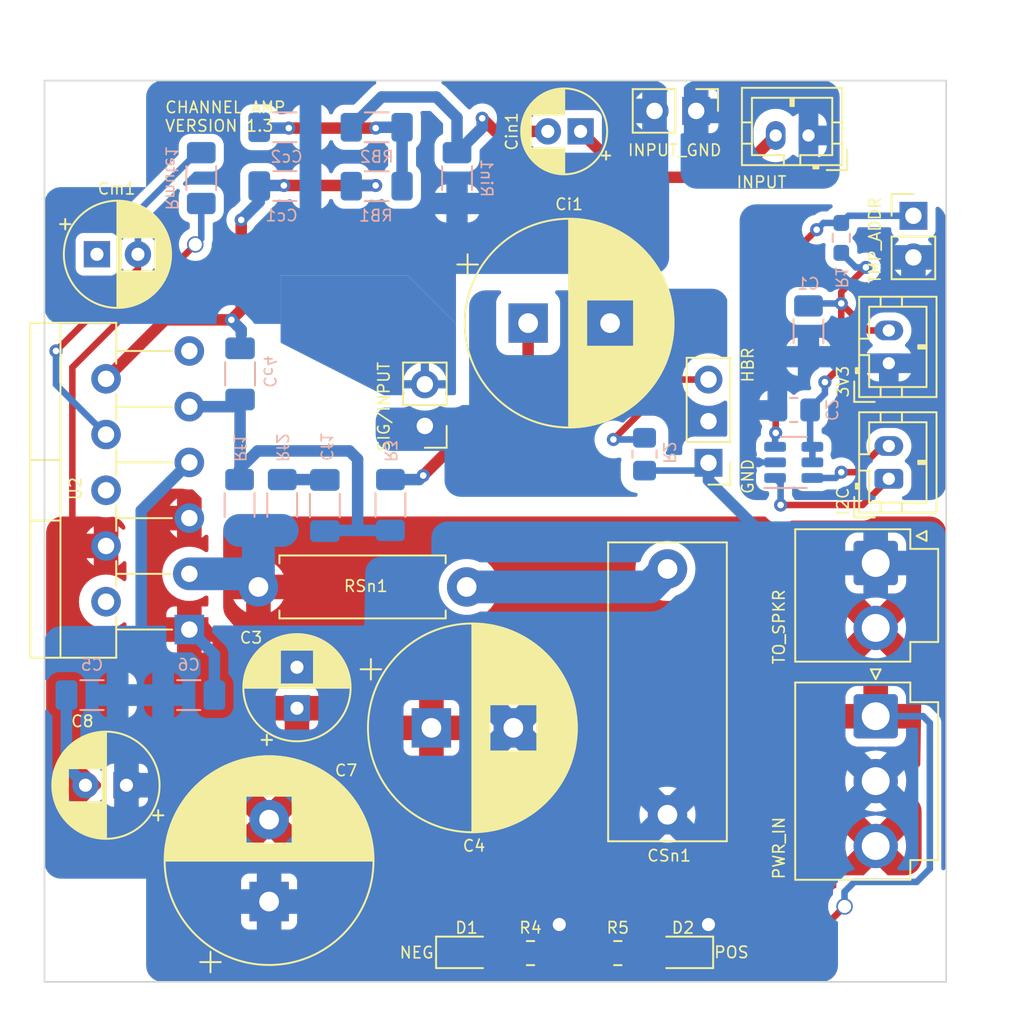
<source format=kicad_pcb>
(kicad_pcb (version 20221018) (generator pcbnew)
  (layers (0 "F.Cu" signal) (31 "B.Cu" signal) (34 "B.Paste" user) (35 "F.Paste" user) (36 "B.SilkS" user "B.Silkscreen") (37 "F.SilkS" user "F.Silkscreen") (38 "B.Mask" user) (39 "F.Mask" user) (44 "Edge.Cuts" user))
  (net 0 "")
  (net 1 "Net-(U2-+)")
  (net 2 "Net-(Cf1-Pad1)")
  (net 3 "CH1-IN")
  (net 4 "Net-(Ci1-Pad1)")
  (net 5 "VP")
  (net 6 "VM")
  (net 7 "CH1-OUT")
  (net 8 "INPUTGND")
  (net 9 "PGND")
  (net 10 "Net-(U2-MUTE)")
  (net 11 "Net-(CSn1-Pad2)")
  (net 12 "Net-(D1-A)")
  (net 13 "Net-(D2-A)")
  (net 14 "Net-(Cin1-Pad2)")
  (net 15 "DGND")
  (net 16 "3V3")
  (net 17 "ADD1")
  (net 18 "SIGGND")
  (net 19 "SCL")
  (net 20 "SDA")
  (net 21 "Net-(J7-Pin_3)")
  (net 25 "CH1GND")
  (net 26 "OPAMP_NEG")
  (net 27 "Net-(Cc2-Pad1)")
  (footprint "Capacitor_THT:CP_Radial_D6.3mm_P2.50mm" (layer "F.Cu") (at 81.3 120.45 180)
    (fp_text reference "C8" (at 2.687379 3.9 unlocked) (layer "F.SilkS") (effects (font (size 0.7 0.7) (thickness 0.1))))
    (fp_text value "22U 50V")
    (pad "1" thru_hole rect (at 0 0 180) (size 1.6 1.6) (drill 0.8) (layers "*.Cu" "*.Mask") (net 9 "PGND"))
    (pad "2" thru_hole circle (at 2.5 0 180) (size 1.6 1.6) (drill 0.8) (layers "*.Cu" "*.Mask") (net 6 "VM"))
  )
  (footprint "Resistor_SMD:R_0805_2012Metric_Pad1.20x1.40mm_HandSolder" (layer "F.Cu") (at 111.27 130.695 180)
    (fp_text reference "R5" (at 0 1.545 unlocked) (layer "F.SilkS") (effects (font (size 0.7 0.7) (thickness 0.1))))
    (fp_text value "9.1K")
    (pad "1" smd roundrect (at -1 0 180) (size 1.2 1.4) (layers "F.Cu" "F.Paste" "F.Mask") (roundrect_rratio 0.2083333333) (net 13 "Net-(D2-A)"))
    (pad "2" smd roundrect (at 1 0 180) (size 1.2 1.4) (layers "F.Cu" "F.Paste" "F.Mask") (roundrect_rratio 0.2083333333) (net 5 "VP"))
  )
  (footprint "Capacitor_THT:CP_Radial_D6.3mm_P2.50mm" (layer "F.Cu") (at 91.7 115.75 90)
    (fp_text reference "C3" (at 4.3 -2.8 unlocked) (layer "F.SilkS") (effects (font (size 0.7 0.7) (thickness 0.1))))
    (fp_text value "22U 50V")
    (pad "1" thru_hole rect (at 0 0 90) (size 1.6 1.6) (drill 0.8) (layers "*.Cu" "*.Mask") (net 5 "VP"))
    (pad "2" thru_hole circle (at 2.5 0 90) (size 1.6 1.6) (drill 0.8) (layers "*.Cu" "*.Mask") (net 9 "PGND"))
  )
  (footprint "Capacitor_THT:CP_Radial_D12.5mm_P5.00mm" (layer "F.Cu") (at 105.8 92.25)
    (fp_text reference "Ci1" (at 2.5 -7.25 unlocked) (layer "F.SilkS") (effects (font (size 0.7 0.7) (thickness 0.1))))
    (fp_text value "470U 50V")
    (pad "1" thru_hole rect (at 0 0) (size 2.4 2.4) (drill 1.2) (layers "*.Cu" "*.Mask") (net 4 "Net-(Ci1-Pad1)"))
    (pad "2" thru_hole circle (at 5 0) (size 2.4 2.4) (drill 1.2) (layers "*.Cu" "*.Mask") (net 18 "SIGGND"))
  )
  (footprint "MountingHole:MountingHole_3mm" (layer "F.Cu") (at 128.8 129.95)
    (fp_text reference "H4" hide)
    (fp_text value "MountingHole")
    (pad "" np_thru_hole circle (at 0 0) (size 3 3) (drill 3) (layers "*.Cu" "*.Mask"))
  )
  (footprint "Connector_JST:JST_PH_B2B-PH-K_1x02_P2.00mm_Vertical" (layer "F.Cu") (at 122.9 80.8 180)
    (fp_text reference "J3" hide)
    (fp_text value "Conn_01x02_Male")
    (pad "1" thru_hole roundrect (at 0 0 180) (size 1.2 1.75) (drill 0.75) (layers "*.Cu" "*.Mask") (roundrect_rratio 0.2083333333) (net 25 "CH1GND"))
    (pad "2" thru_hole oval (at 2 0 180) (size 1.2 1.75) (drill 0.75) (layers "*.Cu" "*.Mask") (net 3 "CH1-IN"))
  )
  (footprint "Connector_JST:JST_VH_B3P-VH-B_1x03_P3.96mm_Vertical" (layer "F.Cu") (at 127 116.24 -90)
    (fp_text reference "J9" hide)
    (fp_text value "Conn_01x03_Male")
    (pad "1" thru_hole roundrect (at 0 0 270) (size 2.7 2.7) (drill 1.7) (layers "*.Cu" "*.Mask") (roundrect_rratio 0.09259296296) (net 5 "VP"))
    (pad "2" thru_hole circle (at 3.96 0 270) (size 2.7 2.7) (drill 1.7) (layers "*.Cu" "*.Mask") (net 9 "PGND"))
    (pad "3" thru_hole circle (at 7.92 0 270) (size 2.7 2.7) (drill 1.7) (layers "*.Cu" "*.Mask") (net 6 "VM"))
  )
  (footprint "Connector_JST:JST_PH_B2B-PH-K_1x02_P2.00mm_Vertical" (layer "F.Cu") (at 127.8 101.75 90)
    (fp_text reference "J6" hide)
    (fp_text value "Conn_01x02_Male")
    (pad "1" thru_hole roundrect (at 0 0 90) (size 1.2 1.75) (drill 0.75) (layers "*.Cu" "*.Mask") (roundrect_rratio 0.2083333333) (net 19 "SCL"))
    (pad "2" thru_hole oval (at 2 0 90) (size 1.2 1.75) (drill 0.75) (layers "*.Cu" "*.Mask") (net 20 "SDA"))
  )
  (footprint "Resistor_THT:R_Axial_DIN0411_L9.9mm_D3.6mm_P12.70mm_Horizontal" (layer "F.Cu") (at 102.05 108.35 180)
    (fp_text reference "RSn1" (at 6.15 0.05 unlocked) (layer "F.SilkS") (effects (font (size 0.7 0.7) (thickness 0.1))))
    (fp_text value "4R7")
    (pad "1" thru_hole circle (at 0 0 180) (size 2.4 2.4) (drill 1.2) (layers "*.Cu" "*.Mask") (net 11 "Net-(CSn1-Pad2)"))
    (pad "2" thru_hole oval (at 12.7 0 180) (size 2.4 2.4) (drill 1.2) (layers "*.Cu" "*.Mask") (net 7 "CH1-OUT"))
  )
  (footprint "Connector_PinHeader_2.54mm:PinHeader_1x02_P2.54mm_Vertical" (layer "F.Cu") (at 116.05 79.3 -90)
    (fp_text reference "J1" hide)
    (fp_text value "Conn_01x02_Male")
    (pad "1" thru_hole rect (at 0 0 270) (size 1.7 1.7) (drill 1) (layers "*.Cu" "*.Mask") (net 25 "CH1GND"))
    (pad "2" thru_hole oval (at 0 2.54 270) (size 1.7 1.7) (drill 1) (layers "*.Cu" "*.Mask") (net 8 "INPUTGND"))
  )
  (footprint "MountingHole:MountingHole_3mm" (layer "F.Cu") (at 78.8 79.95)
    (fp_text reference "H1" hide)
    (fp_text value "MountingHole")
    (pad "" np_thru_hole circle (at 0 0) (size 3 3) (drill 3) (layers "*.Cu" "*.Mask"))
  )
  (footprint "Package_TO_SOT_THT:TO-220-11_P3.4x5.08mm_StaggerOdd_Lead4.85mm_Vertical" (layer "F.Cu") (at 85.135 110.95 90)
    (fp_text reference "U2" (at 8.6 -6.935 90 unlocked) (layer "F.SilkS") (effects (font (size 0.7 0.7) (thickness 0.1))))
    (fp_text value "LM3886")
    (pad "1" thru_hole rect (at 0 0 90) (size 1.8 1.8) (drill 1) (layers "*.Cu" "*.Mask") (net 5 "VP"))
    (pad "2" thru_hole oval (at 1.7 -5.08 90) (size 1.8 1.8) (drill 1) (layers "*.Cu" "*.Mask"))
    (pad "3" thru_hole oval (at 3.4 0 90) (size 1.8 1.8) (drill 1) (layers "*.Cu" "*.Mask") (net 7 "CH1-OUT"))
    (pad "4" thru_hole oval (at 5.1 -5.08 90) (size 1.8 1.8) (drill 1) (layers "*.Cu" "*.Mask") (net 6 "VM"))
    (pad "5" thru_hole oval (at 6.8 0 90) (size 1.8 1.8) (drill 1) (layers "*.Cu" "*.Mask") (net 5 "VP"))
    (pad "6" thru_hole oval (at 8.5 -5.08 90) (size 1.8 1.8) (drill 1) (layers "*.Cu" "*.Mask"))
    (pad "7" thru_hole oval (at 10.2 0 90) (size 1.8 1.8) (drill 1) (layers "*.Cu" "*.Mask") (net 9 "PGND"))
    (pad "8" thru_hole oval (at 11.9 -5.08 90) (size 1.8 1.8) (drill 1) (layers "*.Cu" "*.Mask") (net 10 "Net-(U2-MUTE)"))
    (pad "9" thru_hole oval (at 13.6 0 90) (size 1.8 1.8) (drill 1) (layers "*.Cu" "*.Mask") (net 26 "OPAMP_NEG"))
    (pad "10" thru_hole oval (at 15.3 -5.08 90) (size 1.8 1.8) (drill 1) (layers "*.Cu" "*.Mask") (net 1 "Net-(U2-+)"))
    (pad "11" thru_hole oval (at 17 0 90) (size 1.8 1.8) (drill 1) (layers "*.Cu" "*.Mask"))
  )
  (footprint "Capacitor_THT:CP_Radial_D5.0mm_P2.00mm" (layer "F.Cu") (at 109 80.55 180)
    (fp_text reference "Cin1" (at 4.2 0 90 unlocked) (layer "F.SilkS") (effects (font (size 0.7 0.7) (thickness 0.1))))
    (fp_text value "4.7u")
    (pad "1" thru_hole rect (at 0 0 180) (size 1.6 1.6) (drill 0.8) (layers "*.Cu" "*.Mask") (net 3 "CH1-IN"))
    (pad "2" thru_hole circle (at 2 0 180) (size 1.6 1.6) (drill 0.8) (layers "*.Cu" "*.Mask") (net 14 "Net-(Cin1-Pad2)"))
  )
  (footprint "Connector_PinHeader_2.54mm:PinHeader_1x03_P2.54mm_Vertical" (layer "F.Cu") (at 116.8 100.775 180)
    (fp_text reference "J7" hide)
    (fp_text value "Conn_01x03_Male")
    (pad "1" thru_hole rect (at 0 0 180) (size 1.7 1.7) (drill 1) (layers "*.Cu" "*.Mask") (net 9 "PGND"))
    (pad "2" thru_hole oval (at 0 2.54 180) (size 1.7 1.7) (drill 1) (layers "*.Cu" "*.Mask") (net 18 "SIGGND"))
    (pad "3" thru_hole oval (at 0 5.08 180) (size 1.7 1.7) (drill 1) (layers "*.Cu" "*.Mask") (net 21 "Net-(J7-Pin_3)"))
  )
  (footprint "Capacitor_THT:C_Rect_L18.0mm_W7.0mm_P15.00mm_FKS3_FKP3" (layer "F.Cu") (at 114.3 122.25 90)
    (fp_text reference "CSn1" (at -2.5 0.1 unlocked) (layer "F.SilkS") (effects (font (size 0.7 0.7) (thickness 0.1))))
    (fp_text value " 220N PP 100V")
    (pad "1" thru_hole circle (at 0 0 90) (size 2.4 2.4) (drill 1.2) (layers "*.Cu" "*.Mask") (net 9 "PGND"))
    (pad "2" thru_hole circle (at 15 0 90) (size 2.4 2.4) (drill 1.2) (layers "*.Cu" "*.Mask") (net 11 "Net-(CSn1-Pad2)"))
  )
  (footprint "Resistor_SMD:R_0805_2012Metric_Pad1.20x1.40mm_HandSolder" (layer "F.Cu") (at 105.945 130.695)
    (fp_text reference "R4" (at 0 -1.545 unlocked) (layer "F.SilkS") (effects (font (size 0.7 0.7) (thickness 0.1))))
    (fp_text value "9.1K")
    (pad "1" smd roundrect (at -1 0) (size 1.2 1.4) (layers "F.Cu" "F.Paste" "F.Mask") (roundrect_rratio 0.2083333333) (net 12 "Net-(D1-A)"))
    (pad "2" smd roundrect (at 1 0) (size 1.2 1.4) (layers "F.Cu" "F.Paste" "F.Mask") (roundrect_rratio 0.2083333333) (net 9 "PGND"))
  )
  (footprint "Connector_JST:JST_PH_B2B-PH-K_1x02_P2.00mm_Vertical" (layer "F.Cu") (at 127.8 94.7 90)
    (fp_text reference "J4" hide)
    (fp_text value "Conn_01x02_Male")
    (pad "1" thru_hole roundrect (at 0 0 90) (size 1.2 1.75) (drill 0.75) (layers "*.Cu" "*.Mask") (roundrect_rratio 0.2083333333) (net 15 "DGND"))
    (pad "2" thru_hole oval (at 2 0 90) (size 1.2 1.75) (drill 0.75) (layers "*.Cu" "*.Mask") (net 16 "3V3"))
  )
  (footprint "MountingHole:MountingHole_3mm" (layer "F.Cu") (at 128.8 79.95)
    (fp_text reference "H2" hide)
    (fp_text value "MountingHole")
    (pad "" np_thru_hole circle (at 0 0) (size 3 3) (drill 3) (layers "*.Cu" "*.Mask"))
  )
  (footprint "Connector_JST:JST_VH_B2P-VH_1x02_P3.96mm_Vertical" (layer "F.Cu") (at 127 106.89 -90)
    (fp_text reference "J8" hide)
    (fp_text value "Conn_01x02_Male")
    (pad "1" thru_hole roundrect (at 0 0 270) (size 2.7 2.7) (drill 1.7) (layers "*.Cu" "*.Mask") (roundrect_rratio 0.09259296296) (net 9 "PGND"))
    (pad "2" thru_hole circle (at 3.96 0 270) (size 2.7 2.7) (drill 1.7) (layers "*.Cu" "*.Mask") (net 7 "CH1-OUT"))
  )
  (footprint "LED_SMD:LED_0805_2012Metric_Pad1.15x1.40mm_HandSolder" (layer "F.Cu") (at 115.225 130.65 180)
    (fp_text reference "D2" (at -0.02 1.5 unlocked) (layer "F.SilkS") (effects (font (size 0.7 0.7) (thickness 0.1))))
    (fp_text value "BLUE")
    (pad "1" smd roundrect (at -1.025 0 180) (size 1.15 1.4) (layers "F.Cu" "F.Paste" "F.Mask") (roundrect_rratio 0.2173913043) (net 9 "PGND"))
    (pad "2" smd roundrect (at 1.025 0 180) (size 1.15 1.4) (layers "F.Cu" "F.Paste" "F.Mask") (roundrect_rratio 0.2173913043) (net 13 "Net-(D2-A)"))
  )
  (footprint "Connector_PinHeader_2.54mm:PinHeader_1x02_P2.54mm_Vertical" (layer "F.Cu") (at 129.3 85.7)
    (fp_text reference "J2" hide)
    (fp_text value "Conn_01x02_Male")
    (pad "1" thru_hole rect (at 0 0) (size 1.7 1.7) (drill 1) (layers "*.Cu" "*.Mask") (net 17 "ADD1"))
    (pad "2" thru_hole oval (at 0 2.54) (size 1.7 1.7) (drill 1) (layers "*.Cu" "*.Mask") (net 15 "DGND"))
  )
  (footprint "Capacitor_THT:CP_Radial_D6.3mm_P2.50mm" (layer "F.Cu") (at 79.5 88.05)
    (fp_text reference "Cm1" (at 1.2 -4 unlocked) (layer "F.SilkS") (effects (font (size 0.7 0.7) (thickness 0.1))))
    (fp_text value "47U 50V")
    (pad "1" thru_hole rect (at 0 0) (size 1.6 1.6) (drill 0.8) (layers "*.Cu" "*.Mask"))
    (pad "2" thru_hole circle (at 2.5 0) (size 1.6 1.6) (drill 0.8) (layers "*.Cu" "*.Mask") (net 10 "Net-(U2-MUTE)"))
  )
  (footprint "Capacitor_THT:CP_Radial_D12.5mm_P5.00mm" (layer "F.Cu") (at 99.9 116.95)
    (fp_text reference "C4" (at 2.6 7.2 unlocked) (layer "F.SilkS") (effects (font (size 0.7 0.7) (thickness 0.1))))
    (fp_text value "1000U 50V")
    (pad "1" thru_hole rect (at 0 0) (size 2.4 2.4) (drill 1.2) (layers "*.Cu" "*.Mask") (net 5 "VP"))
    (pad "2" thru_hole circle (at 5 0) (size 2.4 2.4) (drill 1.2) (layers "*.Cu" "*.Mask") (net 9 "PGND"))
  )
  (footprint "MountingHole:MountingHole_3mm" (layer "F.Cu") (at 78.8 129.95)
    (fp_text reference "H3" hide)
    (fp_text value "MountingHole")
    (pad "" np_thru_hole circle (at 0 0) (size 3 3) (drill 3) (layers "*.Cu" "*.Mask"))
  )
  (footprint "Connector_PinHeader_2.54mm:PinHeader_1x02_P2.54mm_Vertical" (layer "F.Cu") (at 99.5 98.525 180)
    (fp_text reference "J5" hide)
    (fp_text value "Conn_01x02_Male")
    (pad "1" thru_hole rect (at 0 0 180) (size 1.7 1.7) (drill 1) (layers "*.Cu" "*.Mask") (net 18 "SIGGND"))
    (pad "2" thru_hole oval (at 0 2.54 180) (size 1.7 1.7) (drill 1) (layers "*.Cu" "*.Mask") (net 8 "INPUTGND"))
  )
  (footprint "LED_SMD:LED_0805_2012Metric_Pad1.15x1.40mm_HandSolder" (layer "F.Cu") (at 102.045 130.65)
    (fp_text reference "D1" (at 0 -1.5 unlocked) (layer "F.SilkS") (effects (font (size 0.7 0.7) (thickness 0.1))))
    (fp_text value "YELLOW")
    (pad "1" smd roundrect (at -1.025 0) (size 1.15 1.4) (layers "F.Cu" "F.Paste" "F.Mask") (roundrect_rratio 0.2173913043) (net 6 "VM"))
    (pad "2" smd roundrect (at 1.025 0) (size 1.15 1.4) (layers "F.Cu" "F.Paste" "F.Mask") (roundrect_rratio 0.2173913043) (net 12 "Net-(D1-A)"))
  )
  (footprint "Capacitor_THT:CP_Radial_D12.5mm_P5.00mm" (layer "F.Cu") (at 90 127.55 90)
    (fp_text reference "C7" (at 8 4.7 unlocked) (layer "F.SilkS") (effects (font (size 0.7 0.7) (thickness 0.1))))
    (fp_text value "1000U 50V")
    (pad "1" thru_hole rect (at 0 0 90) (size 2.4 2.4) (drill 1.2) (layers "*.Cu" "*.Mask") (net 9 "PGND"))
    (pad "2" thru_hole circle (at 5 0 90) (size 2.4 2.4) (drill 1.2) (layers "*.Cu" "*.Mask") (net 6 "VM"))
  )
  (footprint "Resistor_SMD:R_1206_3216Metric_Pad1.30x1.75mm_HandSolder" (layer "B.Cu") (at 97.4 103.35 90)
    (fp_text reference "R3" (at 3.3 0 270 unlocked) (layer "B.SilkS") (effects (font (size 0.7 0.7) (thickness 0.1)) (justify mirror)))
    (fp_text value "1.0K")
    (pad "1" smd roundrect (at -1.55 0 90) (size 1.3 1.75) (layers "B.Cu" "B.Paste" "B.Mask") (roundrect_rratio 0.1923076923) (net 26 "OPAMP_NEG"))
    (pad "2" smd roundrect (at 1.55 0 90) (size 1.3 1.75) (layers "B.Cu" "B.Paste" "B.Mask") (roundrect_rratio 0.1923076923) (net 4 "Net-(Ci1-Pad1)"))
  )
  (footprint "Resistor_SMD:R_0805_2012Metric_Pad1.20x1.40mm_HandSolder" (layer "B.Cu") (at 112.9 100.25 -90)
    (fp_text reference "R2" (at -0.1 -1.5 -90 unlocked) (layer "B.SilkS") (effects (font (size 0.7 0.7) (thickness 0.1)) (justify mirror)))
    (fp_text value "15R")
    (pad "1" smd roundrect (at -1 0 270) (size 1.2 1.4) (layers "B.Cu" "B.Paste" "B.Mask") (roundrect_rratio 0.2083333333) (net 21 "Net-(J7-Pin_3)"))
    (pad "2" smd roundrect (at 1 0 270) (size 1.2 1.4) (layers "B.Cu" "B.Paste" "B.Mask") (roundrect_rratio 0.2083333333) (net 9 "PGND"))
  )
  (footprint "Capacitor_SMD:C_1206_3216Metric_Pad1.33x1.80mm_HandSolder" (layer "B.Cu") (at 90.9625 83.883333)
    (fp_text reference "Cc1" (at -0.2 1.8 unlocked) (layer "B.SilkS") (effects (font (size 0.7 0.7) (thickness 0.1)) (justify mirror)))
    (fp_text value "68p")
    (pad "1" smd roundrect (at -1.5625 0) (size 1.325 1.8) (layers "B.Cu" "B.Paste" "B.Mask") (roundrect_rratio 0.1886792453) (net 1 "Net-(U2-+)"))
    (pad "2" smd roundrect (at 1.5625 0) (size 1.325 1.8) (layers "B.Cu" "B.Paste" "B.Mask") (roundrect_rratio 0.1886792453) (net 8 "INPUTGND"))
  )
  (footprint "Capacitor_SMD:C_1206_3216Metric_Pad1.33x1.80mm_HandSolder" (layer "B.Cu") (at 88.23 95.35 -90)
    (fp_text reference "Cc4" (at -0.1375 -1.8 -90 unlocked) (layer "B.SilkS") (effects (font (size 0.7 0.7) (thickness 0.1)) (justify mirror)))
    (fp_text value "220P")
    (pad "1" smd roundrect (at -1.5625 0 270) (size 1.325 1.8) (layers "B.Cu" "B.Paste" "B.Mask") (roundrect_rratio 0.1886792453) (net 1 "Net-(U2-+)"))
    (pad "2" smd roundrect (at 1.5625 0 270) (size 1.325 1.8) (layers "B.Cu" "B.Paste" "B.Mask") (roundrect_rratio 0.1886792453) (net 26 "OPAMP_NEG"))
  )
  (footprint "Capacitor_SMD:C_1206_3216Metric_Pad1.33x1.80mm_HandSolder" (layer "B.Cu") (at 85.1 114.95 180)
    (fp_text reference "C6" (at 0 1.85 unlocked) (layer "B.SilkS") (effects (font (size 0.7 0.7) (thickness 0.1)) (justify mirror)))
    (fp_text value "4.7U X7R 50V")
    (pad "1" smd roundrect (at -1.5625 0 180) (size 1.325 1.8) (layers "B.Cu" "B.Paste" "B.Mask") (roundrect_rratio 0.1886792453) (net 5 "VP"))
    (pad "2" smd roundrect (at 1.5625 0 180) (size 1.325 1.8) (layers "B.Cu" "B.Paste" "B.Mask") (roundrect_rratio 0.1886792453) (net 9 "PGND"))
  )
  (footprint "Package_TO_SOT_SMD:SOT-23-6" (layer "B.Cu") (at 122 100.75)
    (fp_text reference "U1" hide)
    (fp_text value "TMP100")
    (pad "1" smd roundrect (at -1.1375 0.95) (size 1.325 0.6) (layers "B.Cu" "B.Paste" "B.Mask") (net 19 "SCL"))
    (pad "2" smd roundrect (at -1.1375 0) (size 1.325 0.6) (layers "B.Cu" "B.Paste" "B.Mask") (net 15 "DGND"))
    (pad "3" smd roundrect (at -1.1375 -0.95) (size 1.325 0.6) (layers "B.Cu" "B.Paste" "B.Mask") (net 17 "ADD1"))
    (pad "4" smd roundrect (at 1.1375 -0.95) (size 1.325 0.6) (layers "B.Cu" "B.Paste" "B.Mask") (net 16 "3V3"))
    (pad "5" smd roundrect (at 1.1375 0) (size 1.325 0.6) (layers "B.Cu" "B.Paste" "B.Mask") (net 16 "3V3"))
    (pad "6" smd roundrect (at 1.1375 0.95) (size 1.325 0.6) (layers "B.Cu" "B.Paste" "B.Mask") (net 20 "SDA"))
  )
  (footprint "Resistor_SMD:R_1206_3216Metric_Pad1.30x1.75mm_HandSolder" (layer "B.Cu") (at 96.5625 83.893333 180)
    (fp_text reference "RB1" (at 0.05 -1.8 unlocked) (layer "B.SilkS") (effects (font (size 0.7 0.7) (thickness 0.1)) (justify mirror)))
    (fp_text value "7.5k")
    (pad "1" smd roundrect (at -1.55 0 180) (size 1.3 1.75) (layers "B.Cu" "B.Paste" "B.Mask") (roundrect_rratio 0.1923076923) (net 27 "Net-(Cc2-Pad1)"))
    (pad "2" smd roundrect (at 1.55 0 180) (size 1.3 1.75) (layers "B.Cu" "B.Paste" "B.Mask") (roundrect_rratio 0.1923076923) (net 1 "Net-(U2-+)"))
  )
  (footprint "Capacitor_SMD:C_1206_3216Metric_Pad1.33x1.80mm_HandSolder" (layer "B.Cu") (at 90.9625 80.3)
    (fp_text reference "Cc2" (at 0.1 1.8 unlocked) (layer "B.SilkS") (effects (font (size 0.7 0.7) (thickness 0.1)) (justify mirror)))
    (fp_text value "800p")
    (pad "1" smd roundrect (at -1.5625 0) (size 1.325 1.8) (layers "B.Cu" "B.Paste" "B.Mask") (roundrect_rratio 0.1886792453) (net 27 "Net-(Cc2-Pad1)"))
    (pad "2" smd roundrect (at 1.5625 0) (size 1.325 1.8) (layers "B.Cu" "B.Paste" "B.Mask") (roundrect_rratio 0.1886792453) (net 8 "INPUTGND"))
  )
  (footprint "Capacitor_SMD:C_1206_3216Metric_Pad1.33x1.80mm_HandSolder" (layer "B.Cu") (at 79.2 114.95 180)
    (fp_text reference "C5" (at 0 1.85 unlocked) (layer "B.SilkS") (effects (font (size 0.7 0.7) (thickness 0.1)) (justify mirror)))
    (fp_text value "4.7U X7R 50V")
    (pad "1" smd roundrect (at -1.5625 0 180) (size 1.325 1.8) (layers "B.Cu" "B.Paste" "B.Mask") (roundrect_rratio 0.1886792453) (net 9 "PGND"))
    (pad "2" smd roundrect (at 1.5625 0 180) (size 1.325 1.8) (layers "B.Cu" "B.Paste" "B.Mask") (roundrect_rratio 0.1886792453) (net 6 "VM"))
  )
  (footprint "Resistor_SMD:R_1206_3216Metric_Pad1.30x1.75mm_HandSolder" (layer "B.Cu") (at 122.9 92.75 90)
    (fp_text reference "C1" (at 2.9 0 unlocked) (layer "B.SilkS") (effects (font (size 0.7 0.7) (thickness 0.1)) (justify mirror)))
    (fp_text value "10U")
    (pad "1" smd roundrect (at -1.55 0 90) (size 1.3 1.75) (layers "B.Cu" "B.Paste" "B.Mask") (roundrect_rratio 0.1923076923) (net 15 "DGND"))
    (pad "2" smd roundrect (at 1.55 0 90) (size 1.3 1.75) (layers "B.Cu" "B.Paste" "B.Mask") (roundrect_rratio 0.1923076923) (net 16 "3V3"))
  )
  (footprint "Resistor_SMD:R_0603_1608Metric_Pad0.98x0.95mm_HandSolder" (layer "B.Cu") (at 124.9 87.05 90)
    (fp_text reference "R1" (at -2.4 0 270 unlocked) (layer "B.SilkS") (effects (font (size 0.7 0.7) (thickness 0.1)) (justify mirror)))
    (fp_text value "4.7K")
    (pad "1" smd roundrect (at -0.9125 0 90) (size 0.975 0.95) (layers "B.Cu" "B.Paste" "B.Mask") (net 16 "3V3"))
    (pad "2" smd roundrect (at 0.9125 0 90) (size 0.975 0.95) (layers "B.Cu" "B.Paste" "B.Mask") (net 17 "ADD1"))
  )
  (footprint "Resistor_SMD:R_1206_3216Metric_Pad1.30x1.75mm_HandSolder" (layer "B.Cu") (at 85.8625 83.4 -90)
    (fp_text reference "Rmute1" (at 0 1.82 -90 unlocked) (layer "B.SilkS") (effects (font (size 0.7 0.7) (thickness 0.1)) (justify mirror)))
    (fp_text value "38.3K")
    (pad "1" smd roundrect (at -1.55 0 270) (size 1.3 1.75) (layers "B.Cu" "B.Paste" "B.Mask") (roundrect_rratio 0.1923076923) (net 10 "Net-(U2-MUTE)"))
    (pad "2" smd roundrect (at 1.55 0 270) (size 1.3 1.75) (layers "B.Cu" "B.Paste" "B.Mask") (roundrect_rratio 0.1923076923) (net 6 "VM"))
  )
  (footprint "Resistor_SMD:R_1206_3216Metric_Pad1.30x1.75mm_HandSolder" (layer "B.Cu") (at 101.4625 83.4 90)
    (fp_text reference "Rin1" (at 0 1.8 270 unlocked) (layer "B.SilkS") (effects (font (size 0.7 0.7) (thickness 0.1)) (justify mirror)))
    (fp_text value "20K")
    (pad "1" smd roundrect (at -1.55 0 90) (size 1.3 1.75) (layers "B.Cu" "B.Paste" "B.Mask") (roundrect_rratio 0.1923076923) (net 8 "INPUTGND"))
    (pad "2" smd roundrect (at 1.55 0 90) (size 1.3 1.75) (layers "B.Cu" "B.Paste" "B.Mask") (roundrect_rratio 0.1923076923) (net 14 "Net-(Cin1-Pad2)"))
  )
  (footprint "Resistor_SMD:R_0805_2012Metric_Pad1.20x1.40mm_HandSolder" (layer "B.Cu") (at 122 97.55)
    (fp_text reference "C2" (at 2.3 0 270 unlocked) (layer "B.SilkS") (effects (font (size 0.7 0.7) (thickness 0.1)) (justify mirror)))
    (fp_text value "100N")
    (pad "1" smd roundrect (at -1 0) (size 1.2 1.4) (layers "B.Cu" "B.Paste" "B.Mask") (roundrect_rratio 0.2083333333) (net 15 "DGND"))
    (pad "2" smd roundrect (at 1 0) (size 1.2 1.4) (layers "B.Cu" "B.Paste" "B.Mask") (roundrect_rratio 0.2083333333) (net 16 "3V3"))
  )
  (footprint "Capacitor_SMD:C_1206_3216Metric_Pad1.33x1.80mm_HandSolder" (layer "B.Cu") (at 93.4 103.38 -90)
    (fp_text reference "Cf1" (at -3.6 -0.1 -90 unlocked) (layer "B.SilkS") (effects (font (size 0.7 0.7) (thickness 0.1)) (justify mirror)))
    (fp_text value "47P")
    (pad "1" smd roundrect (at -1.5625 0 270) (size 1.325 1.8) (layers "B.Cu" "B.Paste" "B.Mask") (roundrect_rratio 0.1886792453) (net 2 "Net-(Cf1-Pad1)"))
    (pad "2" smd roundrect (at 1.5625 0 270) (size 1.325 1.8) (layers "B.Cu" "B.Paste" "B.Mask") (roundrect_rratio 0.1886792453) (net 26 "OPAMP_NEG"))
  )
  (footprint "Resistor_SMD:R_1206_3216Metric_Pad1.30x1.75mm_HandSolder" (layer "B.Cu") (at 90.8 103.35 90)
    (fp_text reference "Rf2" (at 3.5 0 270 unlocked) (layer "B.SilkS") (effects (font (size 0.7 0.7) (thickness 0.1)) (justify mirror)))
    (fp_text value "20K")
    (pad "1" smd roundrect (at -1.55 0 90) (size 1.3 1.75) (layers "B.Cu" "B.Paste" "B.Mask") (roundrect_rratio 0.1923076923) (net 7 "CH1-OUT"))
    (pad "2" smd roundrect (at 1.55 0 90) (size 1.3 1.75) (layers "B.Cu" "B.Paste" "B.Mask") (roundrect_rratio 0.1923076923) (net 2 "Net-(Cf1-Pad1)"))
  )
  (footprint "Resistor_SMD:R_1206_3216Metric_Pad1.30x1.75mm_HandSolder" (layer "B.Cu") (at 96.5625 80.3)
    (fp_text reference "RB2" (at 0 1.8 unlocked) (layer "B.SilkS") (effects (font (size 0.7 0.7) (thickness 0.1)) (justify mirror)))
    (fp_text value "2.5k")
    (pad "1" smd roundrect (at -1.55 0) (size 1.3 1.75) (layers "B.Cu" "B.Paste" "B.Mask") (roundrect_rratio 0.1923076923) (net 14 "Net-(Cin1-Pad2)"))
    (pad "2" smd roundrect (at 1.55 0) (size 1.3 1.75) (layers "B.Cu" "B.Paste" "B.Mask") (roundrect_rratio 0.1923076923) (net 27 "Net-(Cc2-Pad1)"))
  )
  (footprint "Resistor_SMD:R_1206_3216Metric_Pad1.30x1.75mm_HandSolder" (layer "B.Cu") (at 88.2 103.35 90)
    (fp_text reference "Rf1" (at 3.5 0 270 unlocked) (layer "B.SilkS") (effects (font (size 0.7 0.7) (thickness 0.1)) (justify mirror)))
    (fp_text value "20K")
    (pad "1" smd roundrect (at -1.55 0 90) (size 1.3 1.75) (layers "B.Cu" "B.Paste" "B.Mask") (roundrect_rratio 0.1923076923) (net 7 "CH1-OUT"))
    (pad "2" smd roundrect (at 1.55 0 90) (size 1.3 1.75) (layers "B.Cu" "B.Paste" "B.Mask") (roundrect_rratio 0.1923076923) (net 26 "OPAMP_NEG"))
  )
  (gr_line (start 131.3 77.45) (end 131.3 132.45) (stroke (width 0.1)) (layer "Edge.Cuts"))
  (gr_line (start 76.3 77.45) (end 76.3 132.45) (stroke (width 0.1)) (layer "Edge.Cuts"))
  (gr_line (start 76.3 77.45) (end 131.3 77.45) (stroke (width 0.1)) (layer "Edge.Cuts"))
  (gr_line (start 76.3 132.45) (end 131.3 132.45) (stroke (width 0.1)) (layer "Edge.Cuts"))
  (gr_text "GND" (at 119.2 102.735 90) (layer "F.SilkS") (effects (font (size 0.7 0.7) (thickness 0.1)) (justify left)))
  (gr_text "3V3" (at 125 96.85 90) (layer "F.SilkS") (effects (font (size 0.7 0.7) (thickness 0.1)) (justify left)))
  (gr_text "INPUT_GND" (at 111.825 81.7) (layer "F.SilkS") (effects (font (size 0.7 0.7) (thickness 0.1)) (justify left)))
  (gr_text "HBR\n" (at 119.2 95.935 90) (layer "F.SilkS") (effects (font (size 0.7 0.7) (thickness 0.1)) (justify left)))
  (gr_text "TO_SPKR" (at 121.1 113.136801 90) (layer "F.SilkS") (effects (font (size 0.7 0.7) (thickness 0.1)) (justify left)))
  (gr_text "POS" (at 117.085 130.65) (layer "F.SilkS") (effects (font (size 0.7 0.7) (thickness 0.1)) (justify left)))
  (gr_text "I2C" (at 125 104.05 90) (layer "F.SilkS") (effects (font (size 0.7 0.7) (thickness 0.1)) (justify left)))
  (gr_text "PWR_IN\n" (at 121.1 126.25 90) (layer "F.SilkS") (effects (font (size 0.7 0.7) (thickness 0.1)) (justify left)))
  (gr_text "SIG/INPUT\n" (at 97 100.15 90) (layer "F.SilkS") (effects (font (size 0.7 0.7) (thickness 0.1)) (justify left)))
  (gr_text "CHANNEL AMP\nVERSION 1.3" (at 83.6 79.65) (layer "F.SilkS") (effects (font (size 0.7 0.7) (thickness 0.1)) (justify left)))
  (gr_text "TMP_ADDR\n" (at 126.95 89.9 90) (layer "F.SilkS") (effects (font (size 0.7 0.7) (thickness 0.1)) (justify left)))
  (gr_text "NEG" (at 97.9 130.665) (layer "F.SilkS") (effects (font (size 0.7 0.7) (thickness 0.1)) (justify left)))
  (gr_text "INPUT" (at 118.45 83.65) (layer "F.SilkS") (effects (font (size 0.7 0.7) (thickness 0.1)) (justify left)))
  (segment (start 88.3 85.95) (end 88.3 91.45) (width 0.7) (layer "F.Cu") (net 1))
  (segment (start 96.5 83.85) (end 90.9 83.85) (width 0.7) (layer "F.Cu") (net 1))
  (segment (start 80.055 95.65) (end 83.655 92.05) (width 0.7) (layer "F.Cu") (net 1))
  (segment (start 88.3 91.45) (end 87.7 92.05) (width 0.7) (layer "F.Cu") (net 1))
  (segment (start 83.655 92.05) (end 87.7 92.05) (width 0.7) (layer "F.Cu") (net 1))
  (via (at 87.7 92.05) (size 0.8) (drill 0.4) (layers "F.Cu" "B.Cu") (net 1))
  (via (at 96.5 83.85) (size 0.8) (drill 0.4) (layers "F.Cu" "B.Cu") (net 1))
  (via (at 88.3 85.95) (size 0.8) (drill 0.4) (layers "F.Cu" "B.Cu") (net 1))
  (via (at 90.9 83.85) (size 0.8) (drill 0.4) (layers "F.Cu" "B.Cu") (net 1))
  (segment (start 89.4 83.883333) (end 89.4 84.85) (width 0.7) (layer "B.Cu") (net 1))
  (segment (start 90.9 83.85) (end 89.4 83.85) (width 0.7) (layer "B.Cu") (net 1))
  (segment (start 88.3 92.955) (end 88.3 92.65) (width 0.7) (layer "B.Cu") (net 1))
  (segment (start 89.4 84.85) (end 88.3 85.95) (width 0.7) (layer "B.Cu") (net 1))
  (segment (start 95.0125 83.85) (end 96.5 83.85) (width 0.7) (layer "B.Cu") (net 1))
  (segment (start 88.3 92.65) (end 87.7 92.05) (width 0.7) (layer "B.Cu") (net 1))
  (segment (start 90.8 101.8) (end 93.3825 101.8) (width 0.7) (layer "B.Cu") (net 2))
  (segment (start 111.8 83.35) (end 109 80.55) (width 0.7) (layer "F.Cu") (net 3))
  (segment (start 120.9 80.8) (end 118.35 83.35) (width 0.7) (layer "F.Cu") (net 3))
  (segment (start 118.35 83.35) (end 111.8 83.35) (width 0.7) (layer "F.Cu") (net 3))
  (segment (start 99.4 101.55) (end 105.8 95.15) (width 0.7) (layer "F.Cu") (net 4))
  (segment (start 105.8 95.15) (end 105.8 92.25) (width 0.7) (layer "F.Cu") (net 4))
  (via (at 99.4 101.55) (size 0.8) (drill 0.4) (layers "F.Cu" "B.Cu") (net 4))
  (segment (start 97.4 101.8) (end 99.15 101.8) (width 0.7) (layer "B.Cu") (net 4))
  (segment (start 99.15 101.8) (end 99.4 101.55) (width 0.7) (layer "B.Cu") (net 4))
  (segment (start 121 131.95) (end 125.1 127.85) (width 0.4) (layer "F.Cu") (net 5))
  (segment (start 111.525 131.95) (end 121 131.95) (width 0.4) (layer "F.Cu") (net 5))
  (segment (start 110.27 130.695) (end 111.525 131.95) (width 0.4) (layer "F.Cu") (net 5))
  (via (at 125.1 127.85) (size 1) (drill 0.8) (layers "F.Cu" "B.Cu") (net 5))
  (segment (start 130.3 125.55) (end 130.3 116.65) (width 0.4) (layer "B.Cu") (net 5))
  (segment (start 86.6625 114.95) (end 86.6625 112.4775) (width 0.7) (layer "B.Cu") (net 5))
  (segment (start 129.89 116.24) (end 127 116.24) (width 0.4) (layer "B.Cu") (net 5))
  (segment (start 125.1 127.85) (end 125.1 126.95) (width 0.4) (layer "B.Cu") (net 5))
  (segment (start 129.5 126.35) (end 130.3 125.55) (width 0.4) (layer "B.Cu") (net 5))
  (segment (start 125.1 126.95) (end 125.7 126.35) (width 0.4) (layer "B.Cu") (net 5))
  (segment (start 130.3 116.65) (end 129.89 116.24) (width 0.4) (layer "B.Cu") (net 5))
  (segment (start 125.7 126.35) (end 129.5 126.35) (width 0.4) (layer "B.Cu") (net 5))
  (segment (start 86.6625 112.4775) (end 85.135 110.95) (width 0.7) (layer "B.Cu") (net 5))
  (segment (start 78 94.95) (end 85.5 87.45) (width 0.4) (layer "F.Cu") (net 6))
  (segment (start 78 94.95) (end 78 105.25) (width 0.4) (layer "F.Cu") (net 6))
  (segment (start 98.6 128.23) (end 98.6 127.75) (width 0.4) (layer "F.Cu") (net 6))
  (segment (start 101.02 130.65) (end 98.6 128.23) (width 0.4) (layer "F.Cu") (net 6))
  (via (at 85.5 87.45) (size 1) (drill 0.8) (layers "F.Cu" "B.Cu") (net 6))
  (segment (start 85.8625 84.95) (end 85.8625 87.0875) (width 0.4) (layer "B.Cu") (net 6))
  (segment (start 77.6375 114.95) (end 77.6375 119.2875) (width 0.7) (layer "B.Cu") (net 6))
  (segment (start 85.8625 87.0875) (end 85.5 87.45) (width 0.4) (layer "B.Cu") (net 6))
  (segment (start 77.6375 119.2875) (end 78.8 120.45) (width 0.7) (layer "B.Cu") (net 6))
  (segment (start 85.135 107.55) (end 88.55 107.55) (width 2) (layer "B.Cu") (net 7))
  (segment (start 88.55 107.55) (end 89.35 108.35) (width 2) (layer "B.Cu") (net 7))
  (segment (start 89.35 105.45) (end 89.9 104.9) (width 2) (layer "B.Cu") (net 7))
  (segment (start 89.35 108.35) (end 89.35 105.45) (width 2) (layer "B.Cu") (net 7))
  (segment (start 89.9 104.9) (end 88.2 104.9) (width 2) (layer "B.Cu") (net 7))
  (segment (start 90.8 104.9) (end 89.9 104.9) (width 2) (layer "B.Cu") (net 7))
  (segment (start 116.25 130.65) (end 116.25 129.5) (width 0.4) (layer "F.Cu") (net 9))
  (segment (start 106.945 130.695) (end 106.945 129.705) (width 0.4) (layer "F.Cu") (net 9))
  (segment (start 116.25 129.5) (end 116.8 128.95) (width 0.4) (layer "F.Cu") (net 9))
  (segment (start 106.945 129.705) (end 107.7 128.95) (width 0.4) (layer "F.Cu") (net 9))
  (via (at 116.8 128.95) (size 1) (drill 0.8) (layers "F.Cu" "B.Cu") (net 9))
  (via (at 107.7 128.95) (size 1) (drill 0.8) (layers "F.Cu" "B.Cu") (net 9))
  (segment (start 112.9 101.25) (end 116.325 101.25) (width 0.4) (layer "B.Cu") (net 9))
  (segment (start 85.135 100.75) (end 82.2 103.685) (width 0.7) (layer "B.Cu") (net 9))
  (segment (start 82.2 103.685) (end 82.2 111.15) (width 0.7) (layer "B.Cu") (net 9))
  (segment (start 116.8 101.85) (end 120.4 105.45) (width 0.7) (layer "B.Cu") (net 9))
  (segment (start 116.8 100.775) (end 116.8 101.85) (width 0.7) (layer "B.Cu") (net 9))
  (segment (start 82 88.95) (end 82 88.05) (width 0.4) (layer "F.Cu") (net 10))
  (segment (start 77 93.95) (end 82 88.95) (width 0.4) (layer "F.Cu") (net 10))
  (via (at 77 93.95) (size 0.8) (drill 0.4) (layers "F.Cu" "B.Cu") (net 10))
  (segment (start 77 95.995) (end 77 93.95) (width 0.4) (layer "B.Cu") (net 10))
  (segment (start 85.6 81.85) (end 82 85.45) (width 0.4) (layer "B.Cu") (net 10))
  (segment (start 82 85.45) (end 82 88.05) (width 0.4) (layer "B.Cu") (net 10))
  (segment (start 80.055 99.05) (end 77 95.995) (width 0.4) (layer "B.Cu") (net 10))
  (segment (start 102.05 108.35) (end 113.2 108.35) (width 2) (layer "B.Cu") (net 11))
  (segment (start 113.2 108.35) (end 114.3 107.25) (width 2) (layer "B.Cu") (net 11))
  (segment (start 103.07 130.65) (end 104.9 130.65) (width 0.4) (layer "F.Cu") (net 12))
  (segment (start 112.27 130.695) (end 114.155 130.695) (width 0.4) (layer "F.Cu") (net 13))
  (segment (start 107 80.55) (end 103.8 80.55) (width 0.7) (layer "F.Cu") (net 14))
  (segment (start 103.8 80.55) (end 103 79.75) (width 0.7) (layer "F.Cu") (net 14))
  (via (at 103 79.75) (size 0.8) (drill 0.4) (layers "F.Cu" "B.Cu") (net 14))
  (segment (start 103 79.75) (end 103 80.3125) (width 0.7) (layer "B.Cu") (net 14))
  (segment (start 103 80.3125) (end 101.4625 81.85) (width 0.7) (layer "B.Cu") (net 14))
  (segment (start 96.8625 78.45) (end 95.0125 80.3) (width 0.7) (layer "B.Cu") (net 14))
  (segment (start 100.2 78.45) (end 96.8625 78.45) (width 0.7) (layer "B.Cu") (net 14))
  (segment (start 101.4625 79.7125) (end 100.2 78.45) (width 0.7) (layer "B.Cu") (net 14))
  (segment (start 101.4625 81.85) (end 101.4625 79.7125) (width 0.7) (layer "B.Cu") (net 14))
  (segment (start 124.9 94.85) (end 123.9 95.85) (width 0.4) (layer "F.Cu") (net 16))
  (segment (start 124.9 91.05) (end 124.9 90.35) (width 0.4) (layer "F.Cu") (net 16))
  (segment (start 126.55 92.7) (end 124.9 91.05) (width 0.4) (layer "F.Cu") (net 16))
  (segment (start 127.8 92.7) (end 126.55 92.7) (width 0.4) (layer "F.Cu") (net 16))
  (segment (start 124.9 91.05) (end 124.9 94.85) (width 0.4) (layer "F.Cu") (net 16))
  (segment (start 124.9 90.35) (end 126.4 88.85) (width 0.4) (layer "F.Cu") (net 16))
  (via (at 124.9 91.05) (size 0.8) (drill 0.4) (layers "F.Cu" "B.Cu") (net 16))
  (via (at 123.9 95.85) (size 0.8) (drill 0.4) (layers "F.Cu" "B.Cu") (net 16))
  (via (at 126.4 88.85) (size 0.8) (drill 0.4) (layers "F.Cu" "B.Cu") (net 16))
  (segment (start 126.4 88.85) (end 125.7875 88.85) (width 0.4) (layer "B.Cu") (net 16))
  (segment (start 123 97.55) (end 123 99.6625) (width 0.4) (layer "B.Cu") (net 16))
  (segment (start 125.7875 88.85) (end 124.9 87.9625) (width 0.4) (layer "B.Cu") (net 16))
  (segment (start 123.9 96.55) (end 123.9 95.85) (width 0.4) (layer "B.Cu") (net 16))
  (segment (start 123 97.45) (end 123.9 96.55) (width 0.4) (layer "B.Cu") (net 16))
  (segment (start 123.1375 100.75) (end 123.1375 99.8) (width 0.4) (layer "B.Cu") (net 16))
  (segment (start 124.9 91.05) (end 123.05 91.05) (width 0.4) (layer "B.Cu") (net 16))
  (segment (start 123 99.6625) (end 123.1375 99.8) (width 0.4) (layer "B.Cu") (net 16))
  (segment (start 123.4 86.55) (end 120.9 89.05) (width 0.4) (layer "F.Cu") (net 17))
  (segment (start 120.9 89.05) (end 120.9 98.95) (width 0.4) (layer "F.Cu") (net 17))
  (via (at 123.4 86.55) (size 0.8) (drill 0.4) (layers "F.Cu" "B.Cu") (net 17))
  (via (at 120.9 98.95) (size 0.8) (drill 0.4) (layers "F.Cu" "B.Cu") (net 17))
  (segment (start 124.9 86.1375) (end 123.8125 86.1375) (width 0.4) (layer "B.Cu") (net 17))
  (segment (start 123.8125 86.1375) (end 123.4 86.55) (width 0.4) (layer "B.Cu") (net 17))
  (segment (start 120.8625 98.9875) (end 120.9 98.95) (width 0.4) (layer "B.Cu") (net 17))
  (segment (start 129.3 85.7) (end 125.3375 85.7) (width 0.4) (layer "B.Cu") (net 17))
  (segment (start 125.3375 85.7) (end 124.9 86.1375) (width 0.4) (layer "B.Cu") (net 17))
  (segment (start 120.8625 99.8) (end 120.8625 98.9875) (width 0.4) (layer "B.Cu") (net 17))
  (segment (start 121.2 103.35) (end 126.2 103.35) (width 0.4) (layer "F.Cu") (net 19))
  (segment (start 127.8 101.75) (end 126.2 103.35) (width 0.4) (layer "F.Cu") (net 19))
  (via (at 121.2 103.35) (size 0.8) (drill 0.4) (layers "F.Cu" "B.Cu") (net 19))
  (segment (start 121.2 103.35) (end 121.2 102.0375) (width 0.4) (layer "B.Cu") (net 19))
  (segment (start 121.2 102.0375) (end 120.8625 101.7) (width 0.4) (layer "B.Cu") (net 19))
  (segment (start 127.4 99.75) (end 125.8 101.35) (width 0.4) (layer "F.Cu") (net 20))
  (segment (start 125.8 101.35) (end 124.9 101.35) (width 0.4) (layer "F.Cu") (net 20))
  (via (at 124.9 101.35) (size 0.8) (drill 0.4) (layers "F.Cu" "B.Cu") (net 20))
  (segment (start 124.55 101.7) (end 124.9 101.35) (width 0.4) (layer "B.Cu") (net 20))
  (segment (start 123.1375 101.7) (end 124.55 101.7) (width 0.4) (layer "B.Cu") (net 20))
  (segment (start 116.8 95.695) (end 114.655 95.695) (width 0.4) (layer "F.Cu") (net 21))
  (segment (start 114.655 95.695) (end 111 99.35) (width 0.4) (layer "F.Cu") (net 21))
  (via (at 111 99.35) (size 0.8) (drill 0.4) (layers "F.Cu" "B.Cu") (net 21))
  (segment (start 111 99.35) (end 112.8 99.35) (width 0.4) (layer "B.Cu") (net 21))
  (segment (start 85.135 97.35) (end 87.7925 97.35) (width 0.7) (layer "B.Cu") (net 26))
  (segment (start 97.4 104.9) (end 95.4 104.9) (width 0.7) (layer "B.Cu") (net 26))
  (segment (start 94.9 100.05) (end 95.4 100.55) (width 0.7) (layer "B.Cu") (net 26))
  (segment (start 95.4 100.55) (end 95.4 104.9) (width 0.7) (layer "B.Cu") (net 26))
  (segment (start 87.7925 97.35) (end 88.23 96.9125) (width 0.7) (layer "B.Cu") (net 26))
  (segment (start 88.2 101.15) (end 89.3 100.05) (width 0.7) (layer "B.Cu") (net 26))
  (segment (start 89.3 100.05) (end 94.9 100.05) (width 0.7) (layer "B.Cu") (net 26))
  (segment (start 88.2 101.8) (end 88.2 101.15) (width 0.7) (layer "B.Cu") (net 26))
  (segment (start 88.23 96.9125) (end 88.23 101.77) (width 0.7) (layer "B.Cu") (net 26))
  (segment (start 95.4 104.9) (end 93.4425 104.9) (width 0.7) (layer "B.Cu") (net 26))
  (segment (start 91.2 80.35) (end 96.5 80.35) (width 0.7) (layer "F.Cu") (net 27))
  (via (at 91.2 80.35) (size 0.8) (drill 0.4) (layers "F.Cu" "B.Cu") (net 27))
  (via (at 96.5 80.35) (size 0.8) (drill 0.4) (layers "F.Cu" "B.Cu") (net 27))
  (segment (start 98.1125 80.3) (end 96.55 80.3) (width 0.7) (layer "B.Cu") (net 27))
  (segment (start 96.55 80.3) (end 96.5 80.35) (width 0.7) (layer "B.Cu") (net 27))
  (segment (start 91.2 80.35) (end 89.45 80.35) (width 0.7) (layer "B.Cu") (net 27))
  (segment (start 98.1125 80.3) (end 98.1125 83.85) (width 0.7) (layer "B.Cu") (net 27))
  (zone (net 6) (net_name "VM") (layer "F.Cu") (connect_pads (clearance 0.75)) (min_thickness 0.254) (fill yes (thermal_gap 0.508) (thermal_bridge_width 1.5) (smoothing fillet) (radius 1))
    (polygon (pts (xy 81.3 121.05) (xy 129.8 121.05) (xy 129.8 125.95) (xy 124.6 125.95) (xy 124.6 128.15) (xy 82.6 128.15) (xy 82.6 126.15) (xy 76.4 126.15) (xy 76.4 104.05) (xy 81.3 104.05)))
  )
  (zone (net 5) (net_name "VP") (layer "F.Cu") (connect_pads (clearance 0.75)) (min_thickness 0.254) (fill yes (thermal_gap 0.508) (thermal_bridge_width 1.5) (smoothing chamfer) (radius 1))
    (polygon (pts (xy 86.3 110.55) (xy 89 113.85) (xy 99.497845 113.807302) (xy 111.895691 113.764605) (xy 129.804601 113.729842) (xy 129.705026 120.230315) (xy 82.100067 120.250692) (xy 82.100022 102.350006) (xy 86.3 102.35)))
  )
  (zone (net 7) (net_name "CH1-OUT") (layer "F.Cu") (connect_pads (clearance 0.75)) (min_thickness 0.254) (fill yes (thermal_gap 0.508) (thermal_bridge_width 1.5) (smoothing fillet) (radius 1))
    (polygon (pts (xy 131.298184 112.547328) (xy 89.7 112.918394) (xy 87.2 109.95) (xy 87.2 104.05) (xy 131.3 104.05)))
  )
  (zone (net 9) (net_name "PGND") (layer "B.Cu") (connect_pads (clearance 0.5)) (min_thickness 0.254) (fill yes (thermal_gap 0.508) (thermal_bridge_width 1.5) (smoothing fillet) (radius 1))
    (polygon (pts (xy 99.9 104.35) (xy 132.1 104.35) (xy 132.1 126.25) (xy 124.7 126.25) (xy 124.7 133.25) (xy 82.5 133.25) (xy 82.5 126.15) (xy 75 126.15) (xy 75.1 110.75) (xy 86 110.7) (xy 95.807496 110.7) (xy 95.87981 106.520572) (xy 99.9 106.417616)))
  )
  (zone (net 18) (net_name "SIGGND") (layer "B.Cu") (connect_pads yes (clearance 0.75)) (min_thickness 0.254) (fill yes (thermal_gap 0.508) (thermal_bridge_width 1.5) (smoothing fillet) (radius 1))
    (polygon (pts (xy 111.8 90.15) (xy 118 90.15) (xy 118 102.85) (xy 100.7 102.85) (xy 100.7 100.05) (xy 96.5 100.05) (xy 96.5 97.25) (xy 102.2 97.25) (xy 102.2 90.25) (xy 111.8 90.25)))
  )
  (zone (net 8) (net_name "INPUTGND") (layer "B.Cu") (priority 2) (connect_pads (clearance 0.75)) (min_thickness 0.25) (fill yes (thermal_gap 0.5) (thermal_bridge_width 0.5))
    (polygon (pts (xy 101.4 92.3) (xy 101.4 96.65) (xy 97 96.65) (xy 90.7 93.45) (xy 90.7 89.35) (xy 98.45 89.35)))
  )
  (zone (net 15) (net_name "DGND") (layer "B.Cu") (connect_pads (clearance 0.5)) (min_thickness 0.254) (fill yes (thermal_gap 0.508) (thermal_bridge_width 1.5) (smoothing fillet) (radius 1))
    (polygon (pts (xy 121.4 85) (xy 132 85) (xy 132 103.05) (xy 118.7 103.05) (xy 118.7 92.75) (xy 118.7 85)))
  )
  (zone (net 25) (net_name "CH1GND") (layer "B.Cu") (priority 1) (connect_pads (clearance 0.75)) (min_thickness 0.254) (fill yes (thermal_gap 0.508) (thermal_bridge_width 1.5) (smoothing fillet) (radius 1) (island_removal_mode 1) (island_area_min 10))
    (polygon (pts (xy 115.1 76.95) (xy 115.1 84.05) (xy 124.8 84.05) (xy 124.8 76.75) (xy 125 76.95)))
  )
  (zone (net 8) (net_name "INPUTGND") (layer "B.Cu") (connect_pads (clearance 0.5)) (min_thickness 0.254) (fill yes (thermal_gap 0.508) (thermal_bridge_width 1.5) (smoothing fillet) (radius 1))
    (polygon (pts (xy 114.4 84.05) (xy 114.4 89.25) (xy 101.4 89.25) (xy 101.4 92.3) (xy 75.1 92.3) (xy 75.1 83.95) (xy 82.5 83.95) (xy 82.5 77.05) (xy 114.4 77.05)))
  )
)
</source>
